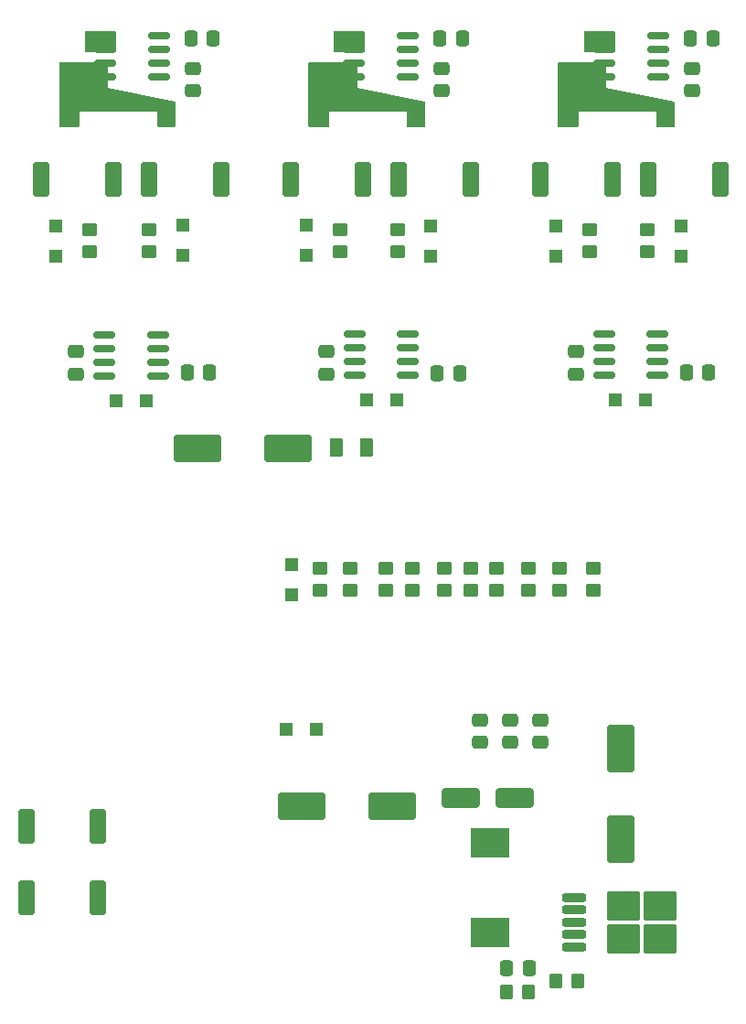
<source format=gbr>
%TF.GenerationSoftware,KiCad,Pcbnew,9.0.0*%
%TF.CreationDate,2025-05-24T01:38:51+03:00*%
%TF.ProjectId,Inverter,496e7665-7274-4657-922e-6b696361645f,rev?*%
%TF.SameCoordinates,Original*%
%TF.FileFunction,Paste,Top*%
%TF.FilePolarity,Positive*%
%FSLAX46Y46*%
G04 Gerber Fmt 4.6, Leading zero omitted, Abs format (unit mm)*
G04 Created by KiCad (PCBNEW 9.0.0) date 2025-05-24 01:38:51*
%MOMM*%
%LPD*%
G01*
G04 APERTURE LIST*
G04 Aperture macros list*
%AMRoundRect*
0 Rectangle with rounded corners*
0 $1 Rounding radius*
0 $2 $3 $4 $5 $6 $7 $8 $9 X,Y pos of 4 corners*
0 Add a 4 corners polygon primitive as box body*
4,1,4,$2,$3,$4,$5,$6,$7,$8,$9,$2,$3,0*
0 Add four circle primitives for the rounded corners*
1,1,$1+$1,$2,$3*
1,1,$1+$1,$4,$5*
1,1,$1+$1,$6,$7*
1,1,$1+$1,$8,$9*
0 Add four rect primitives between the rounded corners*
20,1,$1+$1,$2,$3,$4,$5,0*
20,1,$1+$1,$4,$5,$6,$7,0*
20,1,$1+$1,$6,$7,$8,$9,0*
20,1,$1+$1,$8,$9,$2,$3,0*%
G04 Aperture macros list end*
%ADD10RoundRect,0.154000X-0.616000X1.416000X-0.616000X-1.416000X0.616000X-1.416000X0.616000X1.416000X0*%
%ADD11RoundRect,0.250000X-0.475000X0.337500X-0.475000X-0.337500X0.475000X-0.337500X0.475000X0.337500X0*%
%ADD12R,1.200000X1.200000*%
%ADD13RoundRect,0.250000X0.337500X0.475000X-0.337500X0.475000X-0.337500X-0.475000X0.337500X-0.475000X0*%
%ADD14RoundRect,0.250000X0.450000X-0.350000X0.450000X0.350000X-0.450000X0.350000X-0.450000X-0.350000X0*%
%ADD15RoundRect,0.150000X0.825000X0.150000X-0.825000X0.150000X-0.825000X-0.150000X0.825000X-0.150000X0*%
%ADD16RoundRect,0.250000X-0.450000X0.350000X-0.450000X-0.350000X0.450000X-0.350000X0.450000X0.350000X0*%
%ADD17R,3.600000X2.700000*%
%ADD18RoundRect,0.250000X1.950000X1.000000X-1.950000X1.000000X-1.950000X-1.000000X1.950000X-1.000000X0*%
%ADD19RoundRect,0.250000X-0.337500X-0.475000X0.337500X-0.475000X0.337500X0.475000X-0.337500X0.475000X0*%
%ADD20RoundRect,0.250000X-0.350000X-0.450000X0.350000X-0.450000X0.350000X0.450000X-0.350000X0.450000X0*%
%ADD21RoundRect,0.200000X-0.900000X-0.200000X0.900000X-0.200000X0.900000X0.200000X-0.900000X0.200000X0*%
%ADD22RoundRect,0.250000X-1.275000X-1.125000X1.275000X-1.125000X1.275000X1.125000X-1.275000X1.125000X0*%
%ADD23RoundRect,0.150000X-0.825000X-0.150000X0.825000X-0.150000X0.825000X0.150000X-0.825000X0.150000X0*%
%ADD24RoundRect,0.250000X1.500000X0.650000X-1.500000X0.650000X-1.500000X-0.650000X1.500000X-0.650000X0*%
%ADD25RoundRect,0.250000X-1.000000X1.950000X-1.000000X-1.950000X1.000000X-1.950000X1.000000X1.950000X0*%
%ADD26RoundRect,0.250000X0.350000X0.450000X-0.350000X0.450000X-0.350000X-0.450000X0.350000X-0.450000X0*%
%ADD27RoundRect,0.250000X0.375000X0.625000X-0.375000X0.625000X-0.375000X-0.625000X0.375000X-0.625000X0*%
G04 APERTURE END LIST*
D10*
%TO.C,D5*%
X113700000Y-131300000D03*
X107050000Y-131300000D03*
%TD*%
D11*
%TO.C,C21*%
X149100000Y-114892500D03*
X149100000Y-116967500D03*
%TD*%
D10*
%TO.C,D4*%
X113700000Y-124725000D03*
X107050000Y-124725000D03*
%TD*%
D12*
%TO.C,D7*%
X138600000Y-85300000D03*
X141400000Y-85300000D03*
%TD*%
D13*
%TO.C,C15*%
X147187500Y-82800000D03*
X145112500Y-82800000D03*
%TD*%
D10*
%TO.C,D17*%
X148225000Y-64900000D03*
X141575000Y-64900000D03*
%TD*%
D14*
%TO.C,R1*%
X134300000Y-102875000D03*
X134300000Y-100875000D03*
%TD*%
D15*
%TO.C,U7*%
X142425000Y-83005000D03*
X142425000Y-81735000D03*
X142425000Y-80465000D03*
X142425000Y-79195000D03*
X137475000Y-79195000D03*
X137475000Y-80465000D03*
X137475000Y-81735000D03*
X137475000Y-83005000D03*
%TD*%
D14*
%TO.C,R9*%
X145775000Y-102875000D03*
X145775000Y-100875000D03*
%TD*%
D16*
%TO.C,R12*%
X156450000Y-100875000D03*
X156450000Y-102875000D03*
%TD*%
D17*
%TO.C,L1*%
X149995000Y-134505000D03*
X149995000Y-126205000D03*
%TD*%
D18*
%TO.C,C2*%
X131300000Y-89725000D03*
X122900000Y-89725000D03*
%TD*%
D16*
%TO.C,R11*%
X137100000Y-100875000D03*
X137100000Y-102875000D03*
%TD*%
D10*
%TO.C,D18*%
X138225000Y-64900000D03*
X131575000Y-64900000D03*
%TD*%
D16*
%TO.C,R17*%
X118400000Y-69525000D03*
X118400000Y-71525000D03*
%TD*%
D12*
%TO.C,D13*%
X121550000Y-71925000D03*
X121550000Y-69125000D03*
%TD*%
D10*
%TO.C,D15*%
X171325000Y-64900000D03*
X164675000Y-64900000D03*
%TD*%
D16*
%TO.C,R7*%
X140350000Y-100875000D03*
X140350000Y-102875000D03*
%TD*%
D12*
%TO.C,D8*%
X115400000Y-85350000D03*
X118200000Y-85350000D03*
%TD*%
D14*
%TO.C,R2*%
X159600000Y-102875000D03*
X159600000Y-100875000D03*
%TD*%
D12*
%TO.C,D2*%
X131650000Y-100475000D03*
X131650000Y-103275000D03*
%TD*%
D19*
%TO.C,C10*%
X168562500Y-51800000D03*
X170637500Y-51800000D03*
%TD*%
D12*
%TO.C,D11*%
X144550000Y-71950000D03*
X144550000Y-69150000D03*
%TD*%
D11*
%TO.C,C18*%
X111700000Y-80812500D03*
X111700000Y-82887500D03*
%TD*%
D15*
%TO.C,U8*%
X119275000Y-83055000D03*
X119275000Y-81785000D03*
X119275000Y-80515000D03*
X119275000Y-79245000D03*
X114325000Y-79245000D03*
X114325000Y-80515000D03*
X114325000Y-81785000D03*
X114325000Y-83055000D03*
%TD*%
D10*
%TO.C,D20*%
X115125000Y-64900000D03*
X108475000Y-64900000D03*
%TD*%
D20*
%TO.C,R4*%
X151560000Y-140055000D03*
X153560000Y-140055000D03*
%TD*%
D11*
%TO.C,C7*%
X168700000Y-54612500D03*
X168700000Y-56687500D03*
%TD*%
D13*
%TO.C,C14*%
X124037500Y-82750000D03*
X121962500Y-82750000D03*
%TD*%
D11*
%TO.C,C17*%
X134900000Y-80812500D03*
X134900000Y-82887500D03*
%TD*%
%TO.C,C20*%
X151900000Y-114892500D03*
X151900000Y-116967500D03*
%TD*%
D21*
%TO.C,U1*%
X157770000Y-131300000D03*
X157770000Y-132440000D03*
X157770000Y-133580000D03*
D22*
X162395000Y-132055000D03*
X162395000Y-135105000D03*
X165745000Y-132055000D03*
X165745000Y-135105000D03*
D21*
X157770000Y-134720000D03*
X157770000Y-135860000D03*
%TD*%
D23*
%TO.C,U3*%
X160625000Y-51595000D03*
X160625000Y-52865000D03*
X160625000Y-54135000D03*
X160625000Y-55405000D03*
X165575000Y-55405000D03*
X165575000Y-54135000D03*
X165575000Y-52865000D03*
X165575000Y-51595000D03*
%TD*%
D11*
%TO.C,C9*%
X122500000Y-54612500D03*
X122500000Y-56687500D03*
%TD*%
D19*
%TO.C,C12*%
X122312500Y-51800000D03*
X124387500Y-51800000D03*
%TD*%
D10*
%TO.C,D16*%
X161325000Y-64900000D03*
X154675000Y-64900000D03*
%TD*%
D19*
%TO.C,C11*%
X145362500Y-51800000D03*
X147437500Y-51800000D03*
%TD*%
D12*
%TO.C,D1*%
X131100000Y-115725000D03*
X133900000Y-115725000D03*
%TD*%
D11*
%TO.C,C16*%
X157950000Y-80812500D03*
X157950000Y-82887500D03*
%TD*%
D14*
%TO.C,R10*%
X150625000Y-102875000D03*
X150625000Y-100875000D03*
%TD*%
%TO.C,R8*%
X142850000Y-102875000D03*
X142850000Y-100875000D03*
%TD*%
D12*
%TO.C,D6*%
X161650000Y-85300000D03*
X164450000Y-85300000D03*
%TD*%
D13*
%TO.C,C13*%
X170287500Y-82750000D03*
X168212500Y-82750000D03*
%TD*%
D16*
%TO.C,R15*%
X141500000Y-69550000D03*
X141500000Y-71550000D03*
%TD*%
D15*
%TO.C,U6*%
X165525000Y-83005000D03*
X165525000Y-81735000D03*
X165525000Y-80465000D03*
X165525000Y-79195000D03*
X160575000Y-79195000D03*
X160575000Y-80465000D03*
X160575000Y-81735000D03*
X160575000Y-83005000D03*
%TD*%
D16*
%TO.C,R13*%
X164600000Y-69550000D03*
X164600000Y-71550000D03*
%TD*%
D23*
%TO.C,U5*%
X114375000Y-51595000D03*
X114375000Y-52865000D03*
X114375000Y-54135000D03*
X114375000Y-55405000D03*
X119325000Y-55405000D03*
X119325000Y-54135000D03*
X119325000Y-52865000D03*
X119325000Y-51595000D03*
%TD*%
D16*
%TO.C,R16*%
X136125000Y-69525000D03*
X136125000Y-71525000D03*
%TD*%
D12*
%TO.C,D14*%
X109800000Y-71950000D03*
X109800000Y-69150000D03*
%TD*%
D10*
%TO.C,D19*%
X125125000Y-64900000D03*
X118475000Y-64900000D03*
%TD*%
D24*
%TO.C,D3*%
X152287500Y-122110000D03*
X147287500Y-122110000D03*
%TD*%
D16*
%TO.C,R14*%
X159275000Y-69550000D03*
X159275000Y-71550000D03*
%TD*%
D25*
%TO.C,C1*%
X162100000Y-117525000D03*
X162100000Y-125925000D03*
%TD*%
D16*
%TO.C,R6*%
X148200000Y-100875000D03*
X148200000Y-102875000D03*
%TD*%
D13*
%TO.C,C3*%
X153622500Y-137830000D03*
X151547500Y-137830000D03*
%TD*%
D11*
%TO.C,C8*%
X145500000Y-54612500D03*
X145500000Y-56687500D03*
%TD*%
D16*
%TO.C,R5*%
X153600000Y-100875000D03*
X153600000Y-102875000D03*
%TD*%
D23*
%TO.C,U4*%
X137425000Y-51595000D03*
X137425000Y-52865000D03*
X137425000Y-54135000D03*
X137425000Y-55405000D03*
X142375000Y-55405000D03*
X142375000Y-54135000D03*
X142375000Y-52865000D03*
X142375000Y-51595000D03*
%TD*%
D12*
%TO.C,D9*%
X167750000Y-71950000D03*
X167750000Y-69150000D03*
%TD*%
D18*
%TO.C,C4*%
X140950000Y-122875000D03*
X132550000Y-122875000D03*
%TD*%
D12*
%TO.C,D10*%
X156125000Y-71950000D03*
X156125000Y-69150000D03*
%TD*%
%TO.C,D12*%
X133025000Y-71925000D03*
X133025000Y-69125000D03*
%TD*%
D26*
%TO.C,R3*%
X158135000Y-139030000D03*
X156135000Y-139030000D03*
%TD*%
D16*
%TO.C,R18*%
X112950000Y-69550000D03*
X112950000Y-71550000D03*
%TD*%
D27*
%TO.C,F1*%
X138600000Y-89675000D03*
X135800000Y-89675000D03*
%TD*%
D11*
%TO.C,C19*%
X154700000Y-114892500D03*
X154700000Y-116967500D03*
%TD*%
G36*
X138343039Y-51144685D02*
G01*
X138388794Y-51197489D01*
X138400000Y-51249000D01*
X138400000Y-53001000D01*
X138380315Y-53068039D01*
X138327511Y-53113794D01*
X138276000Y-53125000D01*
X135624000Y-53125000D01*
X135556961Y-53105315D01*
X135511206Y-53052511D01*
X135500000Y-53001000D01*
X135500000Y-51249000D01*
X135519685Y-51181961D01*
X135572489Y-51136206D01*
X135624000Y-51125000D01*
X138276000Y-51125000D01*
X138343039Y-51144685D01*
G37*
G36*
X115343039Y-51144685D02*
G01*
X115388794Y-51197489D01*
X115400000Y-51249000D01*
X115400000Y-53001000D01*
X115380315Y-53068039D01*
X115327511Y-53113794D01*
X115276000Y-53125000D01*
X112624000Y-53125000D01*
X112556961Y-53105315D01*
X112511206Y-53052511D01*
X112500000Y-53001000D01*
X112500000Y-51249000D01*
X112519685Y-51181961D01*
X112572489Y-51136206D01*
X112624000Y-51125000D01*
X115276000Y-51125000D01*
X115343039Y-51144685D01*
G37*
G36*
X161543039Y-51144685D02*
G01*
X161588794Y-51197489D01*
X161600000Y-51249000D01*
X161600000Y-53001000D01*
X161580315Y-53068039D01*
X161527511Y-53113794D01*
X161476000Y-53125000D01*
X158824000Y-53125000D01*
X158756961Y-53105315D01*
X158711206Y-53052511D01*
X158700000Y-53001000D01*
X158700000Y-51249000D01*
X158719685Y-51181961D01*
X158772489Y-51136206D01*
X158824000Y-51125000D01*
X161476000Y-51125000D01*
X161543039Y-51144685D01*
G37*
G36*
X160743039Y-54044685D02*
G01*
X160788794Y-54097489D01*
X160800000Y-54149000D01*
X160800000Y-56374999D01*
X160800001Y-56375001D01*
X167001059Y-57654583D01*
X167062737Y-57687409D01*
X167096877Y-57748370D01*
X167100000Y-57776024D01*
X167100000Y-59901000D01*
X167080315Y-59968039D01*
X167027511Y-60013794D01*
X166976000Y-60025000D01*
X165524000Y-60025000D01*
X165456961Y-60005315D01*
X165411206Y-59952511D01*
X165400000Y-59901000D01*
X165400000Y-58625000D01*
X158200000Y-58625000D01*
X158200000Y-59901000D01*
X158180315Y-59968039D01*
X158127511Y-60013794D01*
X158076000Y-60025000D01*
X156424000Y-60025000D01*
X156356961Y-60005315D01*
X156311206Y-59952511D01*
X156300000Y-59901000D01*
X156300000Y-54149000D01*
X156319685Y-54081961D01*
X156372489Y-54036206D01*
X156424000Y-54025000D01*
X160676000Y-54025000D01*
X160743039Y-54044685D01*
G37*
G36*
X114543039Y-54019685D02*
G01*
X114588794Y-54072489D01*
X114600000Y-54124000D01*
X114600000Y-56374999D01*
X120800597Y-57629882D01*
X120862399Y-57662473D01*
X120896771Y-57723304D01*
X120900000Y-57751418D01*
X120900000Y-59876000D01*
X120880315Y-59943039D01*
X120827511Y-59988794D01*
X120776000Y-60000000D01*
X119324000Y-60000000D01*
X119256961Y-59980315D01*
X119211206Y-59927511D01*
X119200000Y-59876000D01*
X119200000Y-58600000D01*
X112000000Y-58600000D01*
X112000000Y-59876000D01*
X111980315Y-59943039D01*
X111927511Y-59988794D01*
X111876000Y-60000000D01*
X110224000Y-60000000D01*
X110156961Y-59980315D01*
X110111206Y-59927511D01*
X110100000Y-59876000D01*
X110100000Y-54124000D01*
X110119685Y-54056961D01*
X110172489Y-54011206D01*
X110224000Y-54000000D01*
X114476000Y-54000000D01*
X114543039Y-54019685D01*
G37*
G36*
X137643039Y-54044685D02*
G01*
X137688794Y-54097489D01*
X137700000Y-54149000D01*
X137700000Y-56374999D01*
X137700001Y-56375001D01*
X143901059Y-57654583D01*
X143962737Y-57687409D01*
X143996877Y-57748370D01*
X144000000Y-57776024D01*
X144000000Y-59901000D01*
X143980315Y-59968039D01*
X143927511Y-60013794D01*
X143876000Y-60025000D01*
X142424000Y-60025000D01*
X142356961Y-60005315D01*
X142311206Y-59952511D01*
X142300000Y-59901000D01*
X142300000Y-58625000D01*
X135100000Y-58625000D01*
X135100000Y-59901000D01*
X135080315Y-59968039D01*
X135027511Y-60013794D01*
X134976000Y-60025000D01*
X133324000Y-60025000D01*
X133256961Y-60005315D01*
X133211206Y-59952511D01*
X133200000Y-59901000D01*
X133200000Y-54149000D01*
X133219685Y-54081961D01*
X133272489Y-54036206D01*
X133324000Y-54025000D01*
X137576000Y-54025000D01*
X137643039Y-54044685D01*
G37*
M02*

</source>
